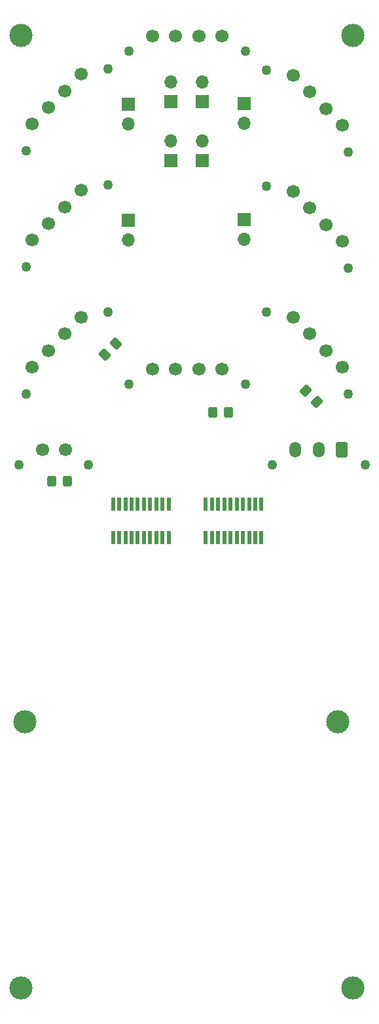
<source format=gbr>
%TF.GenerationSoftware,KiCad,Pcbnew,7.0.6*%
%TF.CreationDate,2024-02-09T06:01:19-06:00*%
%TF.ProjectId,BPS-LeaderDaughter,4250532d-4c65-4616-9465-724461756768,rev?*%
%TF.SameCoordinates,Original*%
%TF.FileFunction,Soldermask,Top*%
%TF.FilePolarity,Negative*%
%FSLAX46Y46*%
G04 Gerber Fmt 4.6, Leading zero omitted, Abs format (unit mm)*
G04 Created by KiCad (PCBNEW 7.0.6) date 2024-02-09 06:01:19*
%MOMM*%
%LPD*%
G01*
G04 APERTURE LIST*
G04 Aperture macros list*
%AMRoundRect*
0 Rectangle with rounded corners*
0 $1 Rounding radius*
0 $2 $3 $4 $5 $6 $7 $8 $9 X,Y pos of 4 corners*
0 Add a 4 corners polygon primitive as box body*
4,1,4,$2,$3,$4,$5,$6,$7,$8,$9,$2,$3,0*
0 Add four circle primitives for the rounded corners*
1,1,$1+$1,$2,$3*
1,1,$1+$1,$4,$5*
1,1,$1+$1,$6,$7*
1,1,$1+$1,$8,$9*
0 Add four rect primitives between the rounded corners*
20,1,$1+$1,$2,$3,$4,$5,0*
20,1,$1+$1,$4,$5,$6,$7,0*
20,1,$1+$1,$6,$7,$8,$9,0*
20,1,$1+$1,$8,$9,$2,$3,0*%
G04 Aperture macros list end*
%ADD10C,1.270000*%
%ADD11C,1.700000*%
%ADD12C,3.000000*%
%ADD13R,1.700000X1.700000*%
%ADD14O,1.700000X1.700000*%
%ADD15RoundRect,0.250000X0.325000X0.450000X-0.325000X0.450000X-0.325000X-0.450000X0.325000X-0.450000X0*%
%ADD16RoundRect,0.250000X-0.548008X-0.088388X-0.088388X-0.548008X0.548008X0.088388X0.088388X0.548008X0*%
%ADD17R,0.550000X1.800000*%
%ADD18RoundRect,0.250000X0.088388X-0.548008X0.548008X-0.088388X-0.088388X0.548008X-0.548008X0.088388X0*%
%ADD19RoundRect,0.250001X0.499999X0.759999X-0.499999X0.759999X-0.499999X-0.759999X0.499999X-0.759999X0*%
%ADD20O,1.500000X2.020000*%
%ADD21RoundRect,0.250000X-0.325000X-0.450000X0.325000X-0.450000X0.325000X0.450000X-0.325000X0.450000X0*%
G04 APERTURE END LIST*
D10*
%TO.C,J6*%
X172962281Y-75388322D03*
X162355679Y-64781720D03*
D11*
X172226890Y-71881072D03*
X170105570Y-69759752D03*
X167984249Y-67638431D03*
X165862929Y-65517111D03*
%TD*%
D12*
%TO.C,MH6*%
X131150000Y-117720000D03*
%TD*%
D13*
%TO.C,JP3*%
X150019000Y-45260200D03*
D14*
X150019000Y-42720200D03*
%TD*%
D10*
%TO.C,J7*%
X159646000Y-74146000D03*
X144646000Y-74146000D03*
D11*
X156646000Y-72186000D03*
X153646000Y-72186000D03*
X150646000Y-72186000D03*
X147646000Y-72186000D03*
%TD*%
D12*
%TO.C,MH4*%
X173600000Y-152100000D03*
%TD*%
D15*
%TO.C,D1*%
X136661000Y-86614000D03*
X134611000Y-86614000D03*
%TD*%
D10*
%TO.C,J5*%
X141936322Y-64781720D03*
X131329720Y-75388322D03*
D11*
X138429072Y-65517111D03*
X136307752Y-67638431D03*
X134186431Y-69759752D03*
X132065111Y-71881072D03*
%TD*%
D13*
%TO.C,JP7*%
X144526000Y-52921321D03*
D14*
X144526000Y-55461321D03*
%TD*%
D13*
%TO.C,JP1*%
X150019000Y-37640200D03*
D14*
X150019000Y-35100200D03*
%TD*%
D13*
%TO.C,JP8*%
X159512000Y-52842818D03*
D14*
X159512000Y-55382818D03*
%TD*%
D10*
%TO.C,J11*%
X141936322Y-48361041D03*
X131329720Y-58967643D03*
D11*
X138429072Y-49096432D03*
X136307752Y-51217752D03*
X134186431Y-53339073D03*
X132065111Y-55460393D03*
%TD*%
D13*
%TO.C,JP5*%
X144526000Y-37935321D03*
D14*
X144526000Y-40475321D03*
%TD*%
D10*
%TO.C,J3*%
X139398000Y-84510000D03*
X130398000Y-84510000D03*
D11*
X136398000Y-82550000D03*
X133398000Y-82550000D03*
%TD*%
D10*
%TO.C,J10*%
X172962281Y-44146322D03*
X162355679Y-33539720D03*
D11*
X172226890Y-40639072D03*
X170105570Y-38517752D03*
X167984249Y-36396431D03*
X165862929Y-34275111D03*
%TD*%
D12*
%TO.C,MH2*%
X130600000Y-29100000D03*
%TD*%
D16*
%TO.C,D6*%
X167457456Y-74943551D03*
X168907024Y-76393119D03*
%TD*%
D10*
%TO.C,J9*%
X141936322Y-33375041D03*
X131329720Y-43981643D03*
D11*
X138429072Y-34110432D03*
X136307752Y-36231752D03*
X134186431Y-38353073D03*
X132065111Y-40474393D03*
%TD*%
D17*
%TO.C,J2*%
X154550000Y-93920000D03*
X154550000Y-89620000D03*
X155350000Y-93920000D03*
X155350000Y-89620000D03*
X156150000Y-93920000D03*
X156150000Y-89620000D03*
X156950000Y-93920000D03*
X156950000Y-89620000D03*
X157750000Y-93920000D03*
X157750000Y-89620000D03*
X158550000Y-93920000D03*
X158550000Y-89620000D03*
X159350000Y-93920000D03*
X159350000Y-89620000D03*
X160150000Y-93920000D03*
X160150000Y-89620000D03*
X160950000Y-93920000D03*
X160950000Y-89620000D03*
X161750000Y-93920000D03*
X161750000Y-89620000D03*
%TD*%
D12*
%TO.C,MH1*%
X173600000Y-29100000D03*
%TD*%
%TO.C,MH3*%
X130600000Y-152100000D03*
%TD*%
D18*
%TO.C,D3*%
X141491551Y-70286545D03*
X142941119Y-68836977D03*
%TD*%
D12*
%TO.C,MH5*%
X171650000Y-117720000D03*
%TD*%
D10*
%TO.C,J12*%
X172962281Y-59132322D03*
X162355679Y-48525720D03*
D11*
X172226890Y-55625072D03*
X170105570Y-53503752D03*
X167984249Y-51382431D03*
X165862929Y-49261111D03*
%TD*%
D13*
%TO.C,JP2*%
X154083000Y-37640200D03*
D14*
X154083000Y-35100200D03*
%TD*%
D10*
%TO.C,J8*%
X175152250Y-84510000D03*
X163152250Y-84510000D03*
D19*
X172152250Y-82550000D03*
D20*
X169152250Y-82550000D03*
X166152250Y-82550000D03*
%TD*%
D13*
%TO.C,JP6*%
X159512000Y-37856818D03*
D14*
X159512000Y-40396818D03*
%TD*%
D13*
%TO.C,JP4*%
X154083000Y-45265200D03*
D14*
X154083000Y-42725200D03*
%TD*%
D10*
%TO.C,J4*%
X159646000Y-31093000D03*
X144646000Y-31093000D03*
D11*
X156646000Y-29133000D03*
X153646000Y-29133000D03*
X150646000Y-29133000D03*
X147646000Y-29133000D03*
%TD*%
D17*
%TO.C,J1*%
X142550000Y-93920000D03*
X142550000Y-89620000D03*
X143350000Y-93920000D03*
X143350000Y-89620000D03*
X144150000Y-93920000D03*
X144150000Y-89620000D03*
X144950000Y-93920000D03*
X144950000Y-89620000D03*
X145750000Y-93920000D03*
X145750000Y-89620000D03*
X146550000Y-93920000D03*
X146550000Y-89620000D03*
X147350000Y-93920000D03*
X147350000Y-89620000D03*
X148150000Y-93920000D03*
X148150000Y-89620000D03*
X148950000Y-93920000D03*
X148950000Y-89620000D03*
X149750000Y-93920000D03*
X149750000Y-89620000D03*
%TD*%
D21*
%TO.C,D9*%
X155439000Y-77724000D03*
X157489000Y-77724000D03*
%TD*%
M02*

</source>
